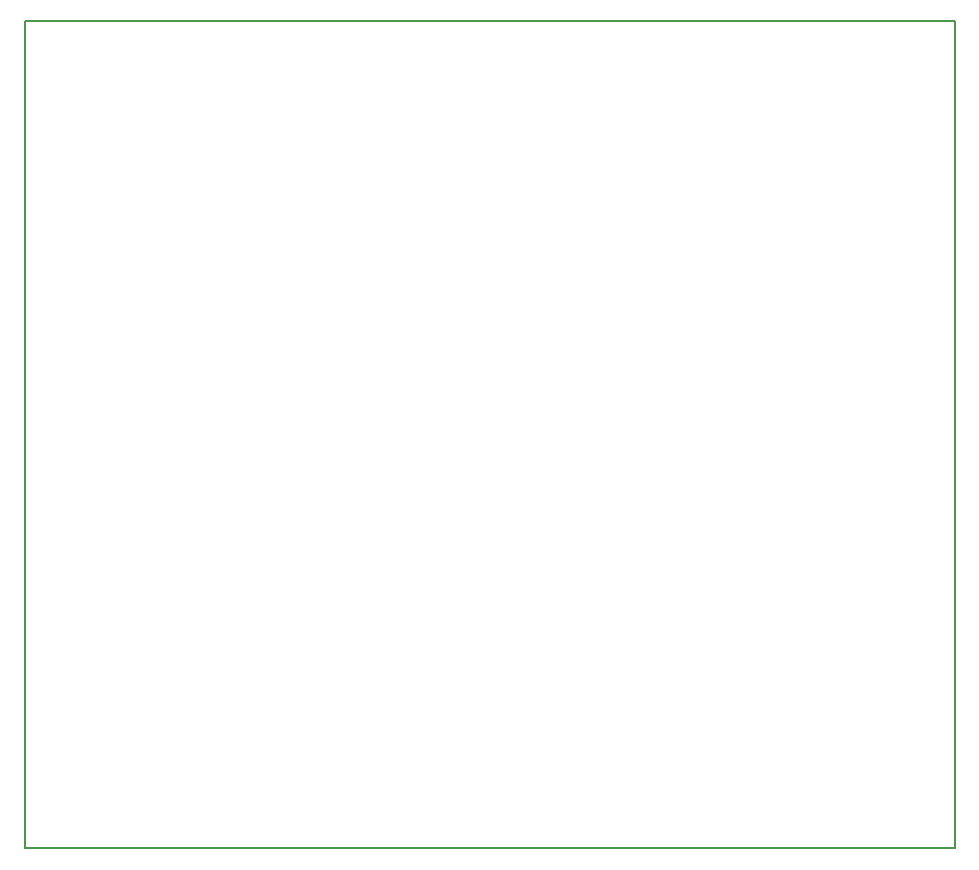
<source format=gbr>
G04 #@! TF.GenerationSoftware,KiCad,Pcbnew,no-vcs-found-be10de8~57~ubuntu16.10.1*
G04 #@! TF.CreationDate,2017-03-16T12:18:36+01:00*
G04 #@! TF.ProjectId,alimentatore,616C696D656E7461746F72652E6B6963,rev?*
G04 #@! TF.FileFunction,Profile,NP*
%FSLAX46Y46*%
G04 Gerber Fmt 4.6, Leading zero omitted, Abs format (unit mm)*
G04 Created by KiCad (PCBNEW no-vcs-found-be10de8~57~ubuntu16.10.1) date Thu Mar 16 12:18:36 2017*
%MOMM*%
%LPD*%
G01*
G04 APERTURE LIST*
%ADD10C,0.100000*%
%ADD11C,0.200000*%
G04 APERTURE END LIST*
D10*
D11*
X73000000Y63250000D02*
X-5750000Y63250000D01*
X73000000Y-6750000D02*
X73000000Y63250000D01*
X-5750000Y-6750000D02*
X73000000Y-6750000D01*
X-5750000Y63250000D02*
X-5750000Y-6750000D01*
M02*

</source>
